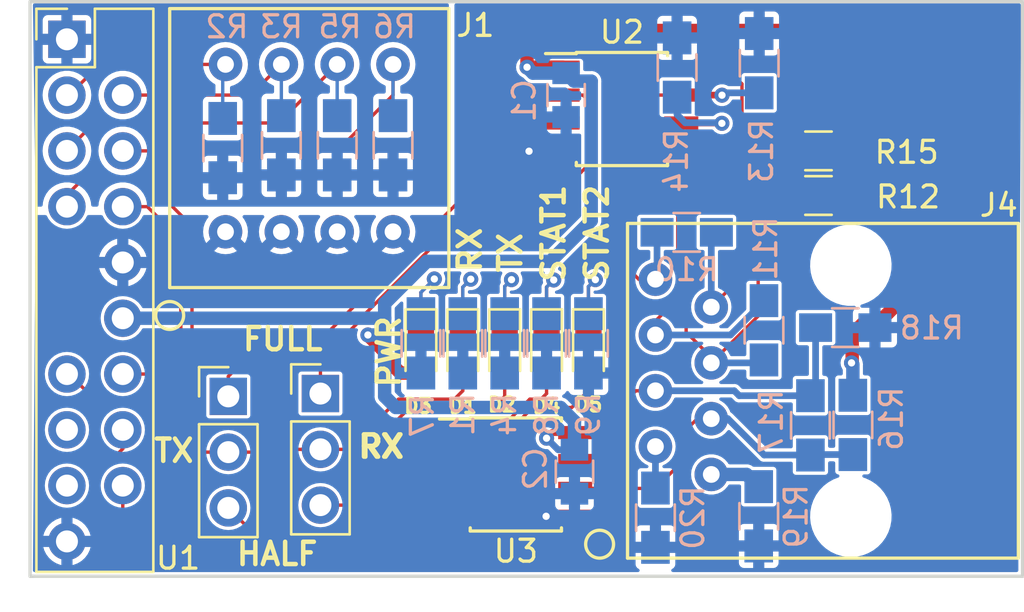
<source format=kicad_pcb>
(kicad_pcb (version 20221018) (generator pcbnew)
  (layers (0 "F.Cu" signal) (31 "B.Cu" signal) (34 "B.Paste" user) (35 "F.Paste" user) (36 "B.SilkS" user "B.Silkscreen") (37 "F.SilkS" user "F.Silkscreen") (38 "B.Mask" user) (39 "F.Mask" user) (44 "Edge.Cuts" user))
  (net 0 "")
  (net 1 "+5V")
  (net 2 "GND")
  (net 3 "/RX")
  (net 4 "Net-(D1-Pad1)")
  (net 5 "/TX")
  (net 6 "Net-(D2-Pad1)")
  (net 7 "Net-(D3-Pad1)")
  (net 8 "Net-(D4-Pad2)")
  (net 9 "Net-(D4-Pad1)")
  (net 10 "Net-(D5-Pad2)")
  (net 11 "Net-(D5-Pad1)")
  (net 12 "/ADDR0")
  (net 13 "/ADDR1")
  (net 14 "/ADDR2")
  (net 15 "/ADDR3")
  (net 16 "/RX_FULL")
  (net 17 "/RX_HALF")
  (net 18 "/TX_FULL")
  (net 19 "/TX_HALF")
  (net 20 "/B")
  (net 21 "/A")
  (net 22 "/Z")
  (net 23 "/Y")
  (net 24 "/B_HALF")
  (net 25 "/A_HALF")
  (net 26 "Net-(J4-Pad2)")
  (net 27 "Net-(J4-Pad1)")
  (net 28 "/~{RX_EN}")
  (net 29 "/TX_EN")
  (net 30 "Net-(U1-Pad15)")
  (net 31 "Net-(U1-Pad17)")
  (net 32 "/3.3V")
  (footprint "LEDs:LED_0805" (layer "F.Cu") (at 141.097 118.745 -90)
    (fp_text reference "D1" (at 2.6035 0) (layer "F.SilkS") (effects (font (size 0.635 0.635))))
    (fp_text value "LED")
    (pad "1" smd rect (at -1.1 0 90) (size 1.2 1.2) (layers "F.Cu" "F.Paste" "F.Mask") (net 4 "Net-(D1-Pad1)"))
    (pad "2" smd rect (at 1.1 0 90) (size 1.2 1.2) (layers "F.Cu" "F.Paste" "F.Mask") (net 3 "/RX"))
  )
  (footprint "LEDs:LED_0805" (layer "F.Cu") (at 143.002 118.745 -90)
    (fp_text reference "D2" (at 2.54 0.127) (layer "F.SilkS") (effects (font (size 0.635 0.635))))
    (fp_text value "LED")
    (pad "1" smd rect (at -1.1 0 90) (size 1.2 1.2) (layers "F.Cu" "F.Paste" "F.Mask") (net 6 "Net-(D2-Pad1)"))
    (pad "2" smd rect (at 1.1 0 90) (size 1.2 1.2) (layers "F.Cu" "F.Paste" "F.Mask") (net 5 "/TX"))
  )
  (footprint "LEDs:LED_0805" (layer "F.Cu") (at 139.192 118.745 -90)
    (fp_text reference "D3" (at 2.6035 0.127) (layer "F.SilkS") (effects (font (size 0.635 0.635))))
    (fp_text value "LED")
    (pad "1" smd rect (at -1.1 0 90) (size 1.2 1.2) (layers "F.Cu" "F.Paste" "F.Mask") (net 7 "Net-(D3-Pad1)"))
    (pad "2" smd rect (at 1.1 0 90) (size 1.2 1.2) (layers "F.Cu" "F.Paste" "F.Mask") (net 1 "+5V"))
  )
  (footprint "LEDs:LED_0805" (layer "F.Cu") (at 144.907 118.745 -90)
    (fp_text reference "D4" (at 2.6035 0) (layer "F.SilkS") (effects (font (size 0.635 0.635))))
    (fp_text value "LED")
    (pad "1" smd rect (at -1.1 0 90) (size 1.2 1.2) (layers "F.Cu" "F.Paste" "F.Mask") (net 9 "Net-(D4-Pad1)"))
    (pad "2" smd rect (at 1.1 0 90) (size 1.2 1.2) (layers "F.Cu" "F.Paste" "F.Mask") (net 8 "Net-(D4-Pad2)"))
  )
  (footprint "LEDs:LED_0805" (layer "F.Cu") (at 146.812 118.745 -90)
    (fp_text reference "D5" (at 2.54 0) (layer "F.SilkS") (effects (font (size 0.635 0.635))))
    (fp_text value "LED")
    (pad "1" smd rect (at -1.1 0 90) (size 1.2 1.2) (layers "F.Cu" "F.Paste" "F.Mask") (net 11 "Net-(D5-Pad1)"))
    (pad "2" smd rect (at 1.1 0 90) (size 1.2 1.2) (layers "F.Cu" "F.Paste" "F.Mask") (net 10 "Net-(D5-Pad2)"))
  )
  (footprint "ReallySynced:195-4MST" (layer "F.Cu") (at 134.112 109.601)
    (fp_text reference "J1" (at 7.5565 -5.588) (layer "F.SilkS"))
    (fp_text value "CONN_02X04")
    (pad "1" thru_hole circle (at -3.81 3.81) (size 1.524 1.524) (drill 0.762) (layers "*.Cu" "*.Mask") (net 2 "GND"))
    (pad "2" thru_hole circle (at -3.81 -3.81) (size 1.524 1.524) (drill 0.762) (layers "*.Cu" "*.Mask") (net 12 "/ADDR0"))
    (pad "3" thru_hole circle (at -1.27 3.81) (size 1.524 1.524) (drill 0.762) (layers "*.Cu" "*.Mask") (net 2 "GND"))
    (pad "4" thru_hole circle (at -1.27 -3.81) (size 1.524 1.524) (drill 0.762) (layers "*.Cu" "*.Mask") (net 13 "/ADDR1"))
    (pad "5" thru_hole circle (at 1.27 3.81) (size 1.524 1.524) (drill 0.762) (layers "*.Cu" "*.Mask") (net 2 "GND"))
    (pad "6" thru_hole circle (at 1.27 -3.81) (size 1.524 1.524) (drill 0.762) (layers "*.Cu" "*.Mask") (net 14 "/ADDR2"))
    (pad "7" thru_hole circle (at 3.81 3.81) (size 1.524 1.524) (drill 0.762) (layers "*.Cu" "*.Mask") (net 2 "GND"))
    (pad "8" thru_hole circle (at 3.81 -3.81) (size 1.524 1.524) (drill 0.762) (layers "*.Cu" "*.Mask") (net 15 "/ADDR3"))
  )
  (footprint "Pin_Headers:Pin_Header_Straight_1x03_Pitch2.54mm" (layer "F.Cu") (at 134.62 120.777)
    (fp_text reference "J2" hide)
    (fp_text value "CONN_01X03")
    (pad "1" thru_hole rect (at 0 0) (size 1.7 1.7) (drill 1) (layers "*.Cu" "*.Mask") (net 16 "/RX_FULL"))
    (pad "2" thru_hole oval (at 0 2.54) (size 1.7 1.7) (drill 1) (layers "*.Cu" "*.Mask") (net 3 "/RX"))
    (pad "3" thru_hole oval (at 0 5.08) (size 1.7 1.7) (drill 1) (layers "*.Cu" "*.Mask") (net 17 "/RX_HALF"))
  )
  (footprint "Pin_Headers:Pin_Header_Straight_1x03_Pitch2.54mm" (layer "F.Cu") (at 130.429 120.904)
    (fp_text reference "J3" hide)
    (fp_text value "CONN_01X03")
    (pad "1" thru_hole rect (at 0 0) (size 1.7 1.7) (drill 1) (layers "*.Cu" "*.Mask") (net 18 "/TX_FULL"))
    (pad "2" thru_hole oval (at 0 2.54) (size 1.7 1.7) (drill 1) (layers "*.Cu" "*.Mask") (net 5 "/TX"))
    (pad "3" thru_hole oval (at 0 5.08) (size 1.7 1.7) (drill 1) (layers "*.Cu" "*.Mask") (net 19 "/TX_HALF"))
  )
  (footprint "ReallySynced:54602-908LF" (layer "F.Cu") (at 151.13 120.65 90)
    (fp_text reference "J4" (at 8.4455 14.351 180) (layer "F.SilkS"))
    (fp_text value "CONN_02X04")
    (pad "" np_thru_hole circle (at -5.715 7.62 90) (size 3.2 3.2) (drill 3.2) (layers "*.Cu" "*.Mask"))
    (pad "" np_thru_hole circle (at 5.715 7.62 90) (size 3.2 3.2) (drill 3.2) (layers "*.Cu" "*.Mask"))
    (pad "1" thru_hole circle (at -3.81 1.27 90) (size 1.524 1.524) (drill 0.762) (layers "*.Cu" "*.Mask") (net 27 "Net-(J4-Pad1)"))
    (pad "2" thru_hole circle (at -2.54 -1.27 90) (size 1.524 1.524) (drill 0.762) (layers "*.Cu" "*.Mask") (net 26 "Net-(J4-Pad2)"))
    (pad "3" thru_hole circle (at -1.27 1.27 90) (size 1.524 1.524) (drill 0.762) (layers "*.Cu" "*.Mask") (net 25 "/A_HALF"))
    (pad "4" thru_hole circle (at 0 -1.27 90) (size 1.524 1.524) (drill 0.762) (layers "*.Cu" "*.Mask") (net 24 "/B_HALF"))
    (pad "5" thru_hole circle (at 1.27 1.27 90) (size 1.524 1.524) (drill 0.762) (layers "*.Cu" "*.Mask") (net 23 "/Y"))
    (pad "6" thru_hole circle (at 2.54 -1.27 90) (size 1.524 1.524) (drill 0.762) (layers "*.Cu" "*.Mask") (net 22 "/Z"))
    (pad "7" thru_hole circle (at 3.81 1.27 90) (size 1.524 1.524) (drill 0.762) (layers "*.Cu" "*.Mask") (net 21 "/A"))
    (pad "8" thru_hole circle (at 5.08 -1.27 90) (size 1.524 1.524) (drill 0.762) (layers "*.Cu" "*.Mask") (net 20 "/B"))
  )
  (footprint "Resistors_SMD:R_0805_HandSoldering" (layer "F.Cu") (at 157.2768 111.76)
    (fp_text reference "R12" (at 4.0767 0.0635) (layer "F.SilkS"))
    (fp_text value "NOPE")
    (pad "1" smd rect (at -1.35 0) (size 1.5 1.3) (layers "F.Cu" "F.Paste" "F.Mask") (net 21 "/A"))
    (pad "2" smd rect (at 1.35 0) (size 1.5 1.3) (layers "F.Cu" "F.Paste" "F.Mask") (net 1 "+5V"))
  )
  (footprint "Resistors_SMD:R_0805_HandSoldering" (layer "F.Cu") (at 157.2768 109.728)
    (fp_text reference "R15" (at 4.0132 0.0635) (layer "F.SilkS"))
    (fp_text value "NOPE")
    (pad "1" smd rect (at -1.35 0) (size 1.5 1.3) (layers "F.Cu" "F.Paste" "F.Mask") (net 23 "/Y"))
    (pad "2" smd rect (at 1.35 0) (size 1.5 1.3) (layers "F.Cu" "F.Paste" "F.Mask") (net 1 "+5V"))
  )
  (footprint "ReallySynced:CE_Header" (layer "F.Cu") (at 123.0884 104.648)
    (fp_text reference "U1" (at 5.0546 23.622) (layer "F.SilkS"))
    (fp_text value "CE_HEADER")
    (pad "1" thru_hole rect (at 0 0) (size 1.7 1.7) (drill 1) (layers "*.Cu" "*.Mask") (net 32 "/3.3V"))
    (pad "3" thru_hole oval (at 0 2.54) (size 1.7 1.7) (drill 1) (layers "*.Cu" "*.Mask") (net 12 "/ADDR0"))
    (pad "4" thru_hole oval (at 2.54 2.54) (size 1.7 1.7) (drill 1) (layers "*.Cu" "*.Mask") (net 13 "/ADDR1"))
    (pad "5" thru_hole oval (at 0 5.08) (size 1.7 1.7) (drill 1) (layers "*.Cu" "*.Mask") (net 14 "/ADDR2"))
    (pad "6" thru_hole oval (at 2.54 5.08) (size 1.7 1.7) (drill 1) (layers "*.Cu" "*.Mask") (net 15 "/ADDR3"))
    (pad "7" thru_hole oval (at 0 7.62) (size 1.7 1.7) (drill 1) (layers "*.Cu" "*.Mask") (net 3 "/RX"))
    (pad "8" thru_hole oval (at 2.54 7.62) (size 1.7 1.7) (drill 1) (layers "*.Cu" "*.Mask") (net 5 "/TX"))
    (pad "10" thru_hole oval (at 2.54 10.16) (size 1.7 1.7) (drill 1) (layers "*.Cu" "*.Mask") (net 2 "GND"))
    (pad "12" thru_hole oval (at 2.54 12.7) (size 1.7 1.7) (drill 1) (layers "*.Cu" "*.Mask") (net 1 "+5V"))
    (pad "13" thru_hole oval (at 0 15.24) (size 1.7 1.7) (drill 1) (layers "*.Cu" "*.Mask") (net 28 "/~{RX_EN}"))
    (pad "14" thru_hole oval (at 2.54 15.24) (size 1.7 1.7) (drill 1) (layers "*.Cu" "*.Mask") (net 29 "/TX_EN"))
    (pad "15" thru_hole oval (at 0 17.78) (size 1.7 1.7) (drill 1) (layers "*.Cu" "*.Mask") (net 30 "Net-(U1-Pad15)"))
    (pad "16" thru_hole oval (at 2.54 17.78) (size 1.7 1.7) (drill 1) (layers "*.Cu" "*.Mask") (net 10 "Net-(D5-Pad2)"))
    (pad "17" thru_hole oval (at 0 20.32) (size 1.7 1.7) (drill 1) (layers "*.Cu" "*.Mask") (net 31 "Net-(U1-Pad17)"))
    (pad "18" thru_hole oval (at 2.54 20.32) (size 1.7 1.7) (drill 1) (layers "*.Cu" "*.Mask") (net 8 "Net-(D4-Pad2)"))
    (pad "19" thru_hole oval (at 0 22.86) (size 1.7 1.7) (drill 1) (layers "*.Cu" "*.Mask") (net 2 "GND"))
  )
  (footprint "Housings_SOIC:SOIC-8_3.9x4.9mm_Pitch1.27mm" (layer "F.Cu") (at 148.336 107.823)
    (fp_text reference "U2" (at 0 -3.5) (layer "F.SilkS"))
    (fp_text value "SN75179B")
    (pad "1" smd rect (at -2.7 -1.905) (size 1.55 0.6) (layers "F.Cu" "F.Paste" "F.Mask") (net 1 "+5V"))
    (pad "2" smd rect (at -2.7 -0.635) (size 1.55 0.6) (layers "F.Cu" "F.Paste" "F.Mask") (net 16 "/RX_FULL"))
    (pad "3" smd rect (at -2.7 0.635) (size 1.55 0.6) (layers "F.Cu" "F.Paste" "F.Mask") (net 18 "/TX_FULL"))
    (pad "4" smd rect (at -2.7 1.905) (size 1.55 0.6) (layers "F.Cu" "F.Paste" "F.Mask") (net 2 "GND"))
    (pad "5" smd rect (at 2.7 1.905) (size 1.55 0.6) (layers "F.Cu" "F.Paste" "F.Mask") (net 23 "/Y"))
    (pad "6" smd rect (at 2.7 0.635) (size 1.55 0.6) (layers "F.Cu" "F.Paste" "F.Mask") (net 22 "/Z"))
    (pad "7" smd rect (at 2.7 -0.635) (size 1.55 0.6) (layers "F.Cu" "F.Paste" "F.Mask") (net 20 "/B"))
    (pad "8" smd rect (at 2.7 -1.905) (size 1.55 0.6) (layers "F.Cu" "F.Paste" "F.Mask") (net 21 "/A"))
  )
  (footprint "Housings_SOIC:SOIC-8_3.9x4.9mm_Pitch1.27mm" (layer "F.Cu") (at 143.51 124.46)
    (fp_text reference "U3" (at 0 3.4925) (layer "F.SilkS"))
    (fp_text value "SN65HVD82")
    (pad "1" smd rect (at -2.7 -1.905) (size 1.55 0.6) (layers "F.Cu" "F.Paste" "F.Mask") (net 17 "/RX_HALF"))
    (pad "2" smd rect (at -2.7 -0.635) (size 1.55 0.6) (layers "F.Cu" "F.Paste" "F.Mask") (net 28 "/~{RX_EN}"))
    (pad "3" smd rect (at -2.7 0.635) (size 1.55 0.6) (layers "F.Cu" "F.Paste" "F.Mask") (net 29 "/TX_EN"))
    (pad "4" smd rect (at -2.7 1.905) (size 1.55 0.6) (layers "F.Cu" "F.Paste" "F.Mask") (net 19 "/TX_HALF"))
    (pad "5" smd rect (at 2.7 1.905) (size 1.55 0.6) (layers "F.Cu" "F.Paste" "F.Mask") (net 2 "GND"))
    (pad "6" smd rect (at 2.7 0.635) (size 1.55 0.6) (layers "F.Cu" "F.Paste" "F.Mask") (net 25 "/A_HALF"))
    (pad "7" smd rect (at 2.7 -0.635) (size 1.55 0.6) (layers "F.Cu" "F.Paste" "F.Mask") (net 24 "/B_HALF"))
    (pad "8" smd rect (at 2.7 -1.905) (size 1.55 0.6) (layers "F.Cu" "F.Paste" "F.Mask") (net 1 "+5V"))
  )
  (footprint "Capacitors_SMD:C_0805" (layer "B.Cu") (at 145.796 107.188 -90)
    (fp_text reference "C1" (at 0.254 1.905 270) (layer "B.SilkS") (effects (justify mirror)))
    (fp_text value ".1U")
    (pad "1" smd rect (at -1 0 270) (size 1 1.25) (layers "B.Cu" "B.Paste" "B.Mask") (net 1 "+5V"))
    (pad "2" smd rect (at 1 0 270) (size 1 1.25) (layers "B.Cu" "B.Paste" "B.Mask") (net 2 "GND"))
  )
  (footprint "Capacitors_SMD:C_0805" (layer "B.Cu") (at 146.177 124.333 90)
    (fp_text reference "C2" (at 0.127 -1.778 90) (layer "B.SilkS") (effects (justify mirror)))
    (fp_text value ".1U")
    (pad "1" smd rect (at -1 0 90) (size 1 1.25) (layers "B.Cu" "B.Paste" "B.Mask") (net 2 "GND"))
    (pad "2" smd rect (at 1 0 90) (size 1 1.25) (layers "B.Cu" "B.Paste" "B.Mask") (net 1 "+5V"))
  )
  (footprint "Resistors_SMD:R_0805_HandSoldering" (layer "B.Cu") (at 141.097 118.491 -90)
    (fp_text reference "R1" (at 3.2385 0 270) (layer "B.SilkS") (effects (justify mirror)))
    (fp_text value "220")
    (pad "1" smd rect (at -1.35 0 270) (size 1.5 1.3) (layers "B.Cu" "B.Paste" "B.Mask") (net 4 "Net-(D1-Pad1)"))
    (pad "2" smd rect (at 1.35 0 270) (size 1.5 1.3) (layers "B.Cu" "B.Paste" "B.Mask") (net 2 "GND"))
  )
  (footprint "Resistors_SMD:R_0805_HandSoldering" (layer "B.Cu") (at 130.175 109.601 90)
    (fp_text reference "R2" (at 5.5245 0.1905 180) (layer "B.SilkS") (effects (justify mirror)))
    (fp_text value "5K")
    (pad "1" smd rect (at -1.35 0 90) (size 1.5 1.3) (layers "B.Cu" "B.Paste" "B.Mask") (net 32 "/3.3V"))
    (pad "2" smd rect (at 1.35 0 90) (size 1.5 1.3) (layers "B.Cu" "B.Paste" "B.Mask") (net 12 "/ADDR0"))
  )
  (footprint "Resistors_SMD:R_0805_HandSoldering" (layer "B.Cu") (at 132.842 109.474 90)
    (fp_text reference "R3" (at 5.3975 0 180) (layer "B.SilkS") (effects (justify mirror)))
    (fp_text value "5K")
    (pad "1" smd rect (at -1.35 0 90) (size 1.5 1.3) (layers "B.Cu" "B.Paste" "B.Mask") (net 32 "/3.3V"))
    (pad "2" smd rect (at 1.35 0 90) (size 1.5 1.3) (layers "B.Cu" "B.Paste" "B.Mask") (net 13 "/ADDR1"))
  )
  (footprint "Resistors_SMD:R_0805_HandSoldering" (layer "B.Cu") (at 143.002 118.491 -90)
    (fp_text reference "R4" (at 3.2385 0 270) (layer "B.SilkS") (effects (justify mirror)))
    (fp_text value "220")
    (pad "1" smd rect (at -1.35 0 270) (size 1.5 1.3) (layers "B.Cu" "B.Paste" "B.Mask") (net 6 "Net-(D2-Pad1)"))
    (pad "2" smd rect (at 1.35 0 270) (size 1.5 1.3) (layers "B.Cu" "B.Paste" "B.Mask") (net 2 "GND"))
  )
  (footprint "Resistors_SMD:R_0805_HandSoldering" (layer "B.Cu") (at 135.382 109.474 90)
    (fp_text reference "R5" (at 5.3975 0.127 180) (layer "B.SilkS") (effects (justify mirror)))
    (fp_text value "5K")
    (pad "1" smd rect (at -1.35 0 90) (size 1.5 1.3) (layers "B.Cu" "B.Paste" "B.Mask") (net 32 "/3.3V"))
    (pad "2" smd rect (at 1.35 0 90) (size 1.5 1.3) (layers "B.Cu" "B.Paste" "B.Mask") (net 14 "/ADDR2"))
  )
  (footprint "Resistors_SMD:R_0805_HandSoldering" (layer "B.Cu") (at 137.922 109.474 90)
    (fp_text reference "R6" (at 5.3975 0.0635 180) (layer "B.SilkS") (effects (justify mirror)))
    (fp_text value "5K")
    (pad "1" smd rect (at -1.35 0 90) (size 1.5 1.3) (layers "B.Cu" "B.Paste" "B.Mask") (net 32 "/3.3V"))
    (pad "2" smd rect (at 1.35 0 90) (size 1.5 1.3) (layers "B.Cu" "B.Paste" "B.Mask") (net 15 "/ADDR3"))
  )
  (footprint "Resistors_SMD:R_0805_HandSoldering" (layer "B.Cu") (at 139.192 118.491 -90)
    (fp_text reference "R7" (at 3.302 -0.0635 270) (layer "B.SilkS") (effects (justify mirror)))
    (fp_text value "220")
    (pad "1" smd rect (at -1.35 0 270) (size 1.5 1.3) (layers "B.Cu" "B.Paste" "B.Mask") (net 7 "Net-(D3-Pad1)"))
    (pad "2" smd rect (at 1.35 0 270) (size 1.5 1.3) (layers "B.Cu" "B.Paste" "B.Mask") (net 2 "GND"))
  )
  (footprint "Resistors_SMD:R_0805_HandSoldering" (layer "B.Cu") (at 144.907 118.491 -90)
    (fp_text reference "R8" (at 3.2385 0 270) (layer "B.SilkS") (effects (justify mirror)))
    (fp_text value "220")
    (pad "1" smd rect (at -1.35 0 270) (size 1.5 1.3) (layers "B.Cu" "B.Paste" "B.Mask") (net 9 "Net-(D4-Pad1)"))
    (pad "2" smd rect (at 1.35 0 270) (size 1.5 1.3) (layers "B.Cu" "B.Paste" "B.Mask") (net 2 "GND"))
  )
  (footprint "Resistors_SMD:R_0805_HandSoldering" (layer "B.Cu") (at 146.812 118.491 -90)
    (fp_text reference "R9" (at 3.2385 0 270) (layer "B.SilkS") (effects (justify mirror)))
    (fp_text value "220")
    (pad "1" smd rect (at -1.35 0 270) (size 1.5 1.3) (layers "B.Cu" "B.Paste" "B.Mask") (net 11 "Net-(D5-Pad1)"))
    (pad "2" smd rect (at 1.35 0 270) (size 1.5 1.3) (layers "B.Cu" "B.Paste" "B.Mask") (net 2 "GND"))
  )
  (footprint "Resistors_SMD:R_0805_HandSoldering" (layer "B.Cu") (at 151.2824 113.4364)
    (fp_text reference "R10" (at 0 1.7) (layer "B.SilkS") (effects (justify mirror)))
    (fp_text value "120")
    (pad "1" smd rect (at -1.35 0) (size 1.5 1.3) (layers "B.Cu" "B.Paste" "B.Mask") (net 20 "/B"))
    (pad "2" smd rect (at 1.35 0) (size 1.5 1.3) (layers "B.Cu" "B.Paste" "B.Mask") (net 21 "/A"))
  )
  (footprint "Resistors_SMD:R_0805_HandSoldering" (layer "B.Cu") (at 154.79776 117.89664 90)
    (fp_text reference "R11" (at 3.72364 0.07874 90) (layer "B.SilkS") (effects (justify mirror)))
    (fp_text value "120")
    (pad "1" smd rect (at -1.35 0 90) (size 1.5 1.3) (layers "B.Cu" "B.Paste" "B.Mask") (net 23 "/Y"))
    (pad "2" smd rect (at 1.35 0 90) (size 1.5 1.3) (layers "B.Cu" "B.Paste" "B.Mask") (net 22 "/Z"))
  )
  (footprint "Resistors_SMD:R_0805_HandSoldering" (layer "B.Cu") (at 154.57932 105.73512 90)
    (fp_text reference "R13" (at -3.99288 0.10668 90) (layer "B.SilkS") (effects (justify mirror)))
    (fp_text value "NOPE")
    (pad "1" smd rect (at -1.35 0 90) (size 1.5 1.3) (layers "B.Cu" "B.Paste" "B.Mask") (net 20 "/B"))
    (pad "2" smd rect (at 1.35 0 90) (size 1.5 1.3) (layers "B.Cu" "B.Paste" "B.Mask") (net 2 "GND"))
  )
  (footprint "Resistors_SMD:R_0805_HandSoldering" (layer "B.Cu") (at 150.84552 105.93324 90)
    (fp_text reference "R14" (at -4.23926 -0.03302 90) (layer "B.SilkS") (effects (justify mirror)))
    (fp_text value "NOPE")
    (pad "1" smd rect (at -1.35 0 90) (size 1.5 1.3) (layers "B.Cu" "B.Paste" "B.Mask") (net 22 "/Z"))
    (pad "2" smd rect (at 1.35 0 90) (size 1.5 1.3) (layers "B.Cu" "B.Paste" "B.Mask") (net 2 "GND"))
  )
  (footprint "Resistors_SMD:R_0805_HandSoldering" (layer "B.Cu") (at 158.84144 122.20448 -90)
    (fp_text reference "R16" (at -0.28448 -1.75006 270) (layer "B.SilkS") (effects (justify mirror)))
    (fp_text value "375")
    (pad "1" smd rect (at -1.35 0 270) (size 1.5 1.3) (layers "B.Cu" "B.Paste" "B.Mask") (net 1 "+5V"))
    (pad "2" smd rect (at 1.35 0 270) (size 1.5 1.3) (layers "B.Cu" "B.Paste" "B.Mask") (net 25 "/A_HALF"))
  )
  (footprint "Resistors_SMD:R_0805_HandSoldering" (layer "B.Cu") (at 156.91104 122.2248 90)
    (fp_text reference "R17" (at 0.1778 -1.78054 90) (layer "B.SilkS") (effects (justify mirror)))
    (fp_text value "60")
    (pad "1" smd rect (at -1.35 0 90) (size 1.5 1.3) (layers "B.Cu" "B.Paste" "B.Mask") (net 25 "/A_HALF"))
    (pad "2" smd rect (at 1.35 0 90) (size 1.5 1.3) (layers "B.Cu" "B.Paste" "B.Mask") (net 24 "/B_HALF"))
  )
  (footprint "Resistors_SMD:R_0805_HandSoldering" (layer "B.Cu") (at 158.496 117.77472)
    (fp_text reference "R18" (at 3.937 0.01778) (layer "B.SilkS") (effects (justify mirror)))
    (fp_text value "375")
    (pad "1" smd rect (at -1.35 0) (size 1.5 1.3) (layers "B.Cu" "B.Paste" "B.Mask") (net 24 "/B_HALF"))
    (pad "2" smd rect (at 1.35 0) (size 1.5 1.3) (layers "B.Cu" "B.Paste" "B.Mask") (net 2 "GND"))
  )
  (footprint "Resistors_SMD:R_0805_HandSoldering" (layer "B.Cu") (at 154.559 126.365 90)
    (fp_text reference "R19" (at 0 1.7 90) (layer "B.SilkS") (effects (justify mirror)))
    (fp_text value "0")
    (pad "1" smd rect (at -1.35 0 90) (size 1.5 1.3) (layers "B.Cu" "B.Paste" "B.Mask") (net 2 "GND"))
    (pad "2" smd rect (at 1.35 0 90) (size 1.5 1.3) (layers "B.Cu" "B.Paste" "B.Mask") (net 27 "Net-(J4-Pad1)"))
  )
  (footprint "Resistors_SMD:R_0805_HandSoldering" (layer "B.Cu") (at 149.86 126.4285 90)
    (fp_text reference "R20" (at 0 1.7 90) (layer "B.SilkS") (effects (justify mirror)))
    (fp_text value "0")
    (pad "1" smd rect (at -1.35 0 90) (size 1.5 1.3) (layers "B.Cu" "B.Paste" "B.Mask") (net 2 "GND"))
    (pad "2" smd rect (at 1.35 0 90) (size 1.5 1.3) (layers "B.Cu" "B.Paste" "B.Mask") (net 26 "Net-(J4-Pad2)"))
  )
  (gr_line (start 166.5605 129.0955) (end 166.5605 102.9335) (stroke (width 0.15)) (layer "Edge.Cuts"))
  (gr_line (start 121.412 102.9335) (end 121.412 129.0955) (stroke (width 0.15)) (layer "Edge.Cuts"))
  (gr_line (start 166.5605 102.9335) (end 121.412 102.9335) (stroke (width 0.15)) (layer "Edge.Cuts"))
  (gr_line (start 121.4755 129.0955) (end 166.5605 129.0955) (stroke (width 0.15)) (layer "Edge.Cuts"))
  (gr_line (start 121.412 129.0955) (end 121.539 129.0955) (stroke (width 0.15)) (layer "Edge.Cuts"))
  (gr_text "RX" (at 137.3505 123.19) (layer "F.SilkS") (effects (font (size 1.016 1.016) (thickness 0.2032))))
  (gr_text "FULL" (at 132.9055 118.3005) (layer "F.SilkS") (effects (font (size 1.016 1.016) (thickness 0.2032))))
  (gr_text "PWR" (at 137.7315 118.872 90) (layer "F.SilkS") (effects (font (size 1.016 1.016) (thickness 0.2032))))
  (gr_text "TX" (at 127.9525 123.3805) (layer "F.SilkS") (effects (font (size 1.016 1.016) (thickness 0.2032))))
  (gr_text "TX" (at 143.256 114.3635 90) (layer "F.SilkS") (effects (font (size 1.016 1.016) (thickness 0.2032))))
  (gr_text "RX" (at 141.4145 114.2365 90) (layer "F.SilkS") (effects (font (size 1.016 1.016) (thickness 0.2032))))
  (gr_text "STAT2\n" (at 147.193 113.4745 90) (layer "F.SilkS") (effects (font (size 1.016 1.016) (thickness 0.2032))))
  (gr_text "HALF" (at 132.6515 128.0795) (layer "F.SilkS") (effects (font (size 1.016 1.016) (thickness 0.2032))))
  (gr_text "STAT1" (at 145.2245 113.4745 90) (layer "F.SilkS") (effects (font (size 1.016 1.016) (thickness 0.2032))))
  (gr_text "RX" (at 137.414 123.19) (layer "F.SilkS") (effects (font (size 1.016 1.016) (thickness 0.2032))))
  (segment (start 138.26 119.845) (end 137.541 119.126) (width 0.6096) (layer "F.Cu") (net 1))
  (segment (start 137.541 119.126) (end 137.541 118.872) (width 0.6096) (layer "F.Cu") (net 1))
  (segment (start 137.541 118.872) (end 136.779 118.11) (width 0.6096) (layer "F.Cu") (net 1))
  (segment (start 144.907 122.809) (end 145.161 122.555) (width 0.3048) (layer "F.Cu") (net 1))
  (segment (start 145.161 122.555) (end 146.21 122.555) (width 0.3048) (layer "F.Cu") (net 1))
  (segment (start 144.018 104.8766) (end 144.64792 104.24668) (width 0.6096) (layer "F.Cu") (net 1))
  (segment (start 144.64792 104.24668) (end 157.2514 104.24668) (width 0.6096) (layer "F.Cu") (net 1))
  (segment (start 157.2514 104.24668) (end 158.6268 105.62208) (width 0.6096) (layer "F.Cu") (net 1))
  (segment (start 158.6268 105.62208) (end 158.6268 109.728) (width 0.6096) (layer "F.Cu") (net 1))
  (segment (start 160.04032 111.76) (end 161.43732 113.157) (width 0.6096) (layer "F.Cu") (net 1))
  (segment (start 161.43732 113.157) (end 161.43732 116.11864) (width 0.6096) (layer "F.Cu") (net 1))
  (segment (start 161.43732 116.11864) (end 160.06572 117.49024) (width 0.6096) (layer "F.Cu") (net 1))
  (segment (start 160.06572 117.49024) (end 159.39516 117.49024) (width 0.6096) (layer "F.Cu") (net 1))
  (segment (start 159.39516 117.49024) (end 158.81096 118.07444) (width 0.6096) (layer "F.Cu") (net 1))
  (segment (start 158.81096 119.34952) (end 158.78048 119.38) (width 0.6096) (layer "F.Cu") (net 1))
  (segment (start 144.018 105.918) (end 144.018 104.8766) (width 0.6096) (layer "F.Cu") (net 1))
  (segment (start 158.6268 109.728) (end 158.6268 111.76) (width 0.6096) (layer "F.Cu") (net 1))
  (segment (start 145.636 105.918) (end 144.018 105.918) (width 0.6096) (layer "F.Cu") (net 1))
  (segment (start 158.6268 111.76) (end 160.04032 111.76) (width 0.6096) (layer "F.Cu") (net 1))
  (segment (start 139.192 119.845) (end 138.26 119.845) (width 0.6096) (layer "F.Cu") (net 1))
  (segment (start 158.81096 118.07444) (end 158.81096 119.34952) (width 0.6096) (layer "F.Cu") (net 1))
  (via (at 144.907 122.809) (size 0.6858) (drill 0.3302) (layers "F.Cu" "B.Cu") (net 1))
  (via (at 144.018 105.918) (size 0.6858) (drill 0.3302) (layers "F.Cu" "B.Cu") (net 1))
  (via (at 136.779 118.11) (size 0.6858) (drill 0.3302) (layers "F.Cu" "B.Cu") (net 1))
  (via (at 158.78048 119.38) (size 0.6858) (drill 0.3302) (layers "F.Cu" "B.Cu") (net 1))
  (segment (start 137.541 120.904) (end 138.049 121.412) (width 0.6096) (layer "B.Cu") (net 1))
  (segment (start 145.542 121.412) (end 146.177 122.047) (width 0.6096) (layer "B.Cu") (net 1))
  (segment (start 146.177 122.047) (end 146.177 123.206) (width 0.6096) (layer "B.Cu") (net 1))
  (segment (start 137.541 116.67744) (end 139.46124 114.7572) (width 0.6096) (layer "B.Cu") (net 1))
  (segment (start 145.0848 114.7572) (end 146.939 112.903) (width 0.6096) (layer "B.Cu") (net 1))
  (segment (start 146.939 112.903) (end 146.939 106.553) (width 0.6096) (layer "B.Cu") (net 1))
  (segment (start 136.779 118.11) (end 137.541 118.11) (width 0.6096) (layer "B.Cu") (net 1))
  (segment (start 137.541 118.11) (end 137.541 120.904) (width 0.6096) (layer "B.Cu") (net 1))
  (segment (start 144.018 105.918) (end 144.288 106.188) (width 0.6096) (layer "B.Cu") (net 1))
  (segment (start 144.288 106.188) (end 145.796 106.188) (width 0.6096) (layer "B.Cu") (net 1))
  (segment (start 146.161 106.553) (end 145.796 106.188) (width 0.6096) (layer "B.Cu") (net 1))
  (segment (start 145.431 123.333) (end 144.907 122.809) (width 0.3048) (layer "B.Cu") (net 1))
  (segment (start 158.78048 119.38) (end 158.78048 119.40032) (width 0.6096) (layer "B.Cu") (net 1))
  (segment (start 158.78048 119.40032) (end 158.84144 119.46128) (width 0.6096) (layer "B.Cu") (net 1))
  (segment (start 158.84144 119.46128) (end 158.84144 120.85448) (width 0.6096) (layer "B.Cu") (net 1))
  (segment (start 138.049 121.412) (end 145.542 121.412) (width 0.6096) (layer "B.Cu") (net 1))
  (segment (start 146.939 106.553) (end 146.161 106.553) (width 0.6096) (layer "B.Cu") (net 1))
  (segment (start 125.6284 117.348) (end 137.541 117.348) (width 0.6096) (layer "B.Cu") (net 1))
  (segment (start 137.541 117.348) (end 137.541 116.67744) (width 0.6096) (layer "B.Cu") (net 1))
  (segment (start 137.541 117.348) (end 137.541 118.11) (width 0.6096) (layer "B.Cu") (net 1))
  (segment (start 146.177 123.333) (end 145.431 123.333) (width 0.3048) (layer "B.Cu") (net 1))
  (segment (start 145.0848 114.7572) (end 139.46124 114.7572) (width 0.6096) (layer "B.Cu") (net 1))
  (segment (start 144.12468 109.728) (end 144.10944 109.74324) (width 0.1524) (layer "F.Cu") (net 2))
  (segment (start 146.21 126.365) (end 144.88668 126.365) (width 0.1524) (layer "F.Cu") (net 2))
  (segment (start 145.636 109.728) (end 144.12468 109.728) (width 0.1524) (layer "F.Cu") (net 2))
  (via (at 144.88668 126.365) (size 0.6858) (drill 0.3302) (layers "F.Cu" "B.Cu") (net 2))
  (via (at 144.10944 109.74324) (size 0.6858) (drill 0.3302) (layers "F.Cu" "B.Cu") (net 2))
  (segment (start 128.778 113.157) (end 126.619 110.998) (width 0.1524) (layer "F.Cu") (net 3))
  (segment (start 126.619 110.998) (end 123.825 110.998) (width 0.1524) (layer "F.Cu") (net 3))
  (segment (start 123.0884 111.7346) (end 123.825 110.998) (width 0.1524) (layer "F.Cu") (net 3))
  (segment (start 123.0884 111.7346) (end 123.0884 112.268) (width 0.1524) (layer "F.Cu") (net 3))
  (segment (start 135.89 123.317) (end 138.176 121.031) (width 0.1524) (layer "F.Cu") (net 3))
  (segment (start 138.176 121.031) (end 140.716 121.031) (width 0.1524) (layer "F.Cu") (net 3))
  (segment (start 140.716 121.031) (end 141.097 120.65) (width 0.1524) (layer "F.Cu") (net 3))
  (segment (start 141.097 120.65) (end 141.097 119.845) (width 0.1524) (layer "F.Cu") (net 3))
  (segment (start 128.778 121.539) (end 129.413 122.174) (width 0.1524) (layer "F.Cu") (net 3))
  (segment (start 129.413 122.174) (end 132.08 122.174) (width 0.1524) (layer "F.Cu") (net 3))
  (segment (start 132.08 122.174) (end 133.223 123.317) (width 0.1524) (layer "F.Cu") (net 3))
  (segment (start 133.223 123.317) (end 134.62 123.317) (width 0.1524) (layer "F.Cu") (net 3))
  (segment (start 134.62 123.317) (end 135.89 123.317) (width 0.1524) (layer "F.Cu") (net 3))
  (segment (start 128.778 113.157) (end 128.778 121.539) (width 0.1524) (layer "F.Cu") (net 3))
  (segment (start 141.097 115.93068) (end 141.45768 115.57) (width 0.1524) (layer "F.Cu") (net 4))
  (segment (start 141.097 117.645) (end 141.097 115.93068) (width 0.1524) (layer "F.Cu") (net 4))
  (via (at 141.45768 115.57) (size 0.6858) (drill 0.3302) (layers "F.Cu" "B.Cu") (net 4))
  (segment (start 141.45768 115.57) (end 141.097 115.93068) (width 0.1524) (layer "B.Cu") (net 4))
  (segment (start 141.097 115.93068) (end 141.097 117.141) (width 0.1524) (layer "B.Cu") (net 4))
  (segment (start 129.286 123.444) (end 128.27 122.428) (width 0.1524) (layer "F.Cu") (net 5))
  (segment (start 128.27 122.428) (end 128.27 113.792) (width 0.1524) (layer "F.Cu") (net 5))
  (segment (start 128.27 113.792) (end 126.746 112.268) (width 0.1524) (layer "F.Cu") (net 5))
  (segment (start 126.746 112.268) (end 125.6284 112.268) (width 0.1524) (layer "F.Cu") (net 5))
  (segment (start 132.461 123.444) (end 133.604 124.587) (width 0.1524) (layer "F.Cu") (net 5))
  (segment (start 133.604 124.587) (end 135.509 124.587) (width 0.1524) (layer "F.Cu") (net 5))
  (segment (start 135.509 124.587) (end 138.684 121.412) (width 0.1524) (layer "F.Cu") (net 5))
  (segment (start 138.684 121.412) (end 142.494 121.412) (width 0.1524) (layer "F.Cu") (net 5))
  (segment (start 142.494 121.412) (end 143.002 120.904) (width 0.1524) (layer "F.Cu") (net 5))
  (segment (start 143.002 120.904) (end 143.002 119.845) (width 0.1524) (layer "F.Cu") (net 5))
  (segment (start 130.429 123.444) (end 129.286 123.444) (width 0.1524) (layer "F.Cu") (net 5))
  (segment (start 130.429 123.444) (end 132.461 123.444) (width 0.1524) (layer "F.Cu") (net 5))
  (segment (start 143.002 115.9002) (end 143.31188 115.59032) (width 0.1524) (layer "F.Cu") (net 6))
  (segment (start 143.002 117.645) (end 143.002 115.9002) (width 0.1524) (layer "F.Cu") (net 6))
  (via (at 143.31188 115.59032) (size 0.6858) (drill 0.3302) (layers "F.Cu" "B.Cu") (net 6))
  (segment (start 143.31188 115.59032) (end 143.002 115.9002) (width 0.1524) (layer "B.Cu") (net 6))
  (segment (start 143.002 115.9002) (end 143.002 117.141) (width 0.1524) (layer "B.Cu") (net 6))
  (segment (start 139.192 116.16944) (end 139.8016 115.55984) (width 0.1524) (layer "F.Cu") (net 7))
  (segment (start 139.192 117.645) (end 139.192 116.16944) (width 0.1524) (layer "F.Cu") (net 7))
  (via (at 139.8016 115.55984) (size 0.6858) (drill 0.3302) (layers "F.Cu" "B.Cu") (net 7))
  (segment (start 139.8016 115.55984) (end 139.192 116.16944) (width 0.1524) (layer "B.Cu") (net 7))
  (segment (start 139.192 116.16944) (end 139.192 117.141) (width 0.1524) (layer "B.Cu") (net 7))
  (segment (start 125.6284 127.1524) (end 126.746 128.27) (width 0.1524) (layer "F.Cu") (net 8))
  (segment (start 126.746 128.27) (end 141.859 128.27) (width 0.1524) (layer "F.Cu") (net 8))
  (segment (start 141.859 128.27) (end 143.002 127.127) (width 0.1524) (layer "F.Cu") (net 8))
  (segment (start 143.002 122.174) (end 144.145 121.031) (width 0.1524) (layer "F.Cu") (net 8))
  (segment (start 144.145 121.031) (end 144.653 121.031) (width 0.1524) (layer "F.Cu") (net 8))
  (segment (start 144.653 121.031) (end 144.907 120.777) (width 0.1524) (layer "F.Cu") (net 8))
  (segment (start 144.907 120.777) (end 144.907 119.845) (width 0.1524) (layer "F.Cu") (net 8))
  (segment (start 143.002 127.127) (end 143.002 122.174) (width 0.1524) (layer "F.Cu") (net 8))
  (segment (start 125.6284 124.968) (end 125.6284 127.1524) (width 0.1524) (layer "F.Cu") (net 8))
  (segment (start 144.907 115.93068) (end 145.23212 115.60556) (width 0.1524) (layer "F.Cu") (net 9))
  (segment (start 144.907 117.645) (end 144.907 115.93068) (width 0.1524) (layer "F.Cu") (net 9))
  (via (at 145.23212 115.60556) (size 0.6858) (drill 0.3302) (layers "F.Cu" "B.Cu") (net 9))
  (segment (start 145.23212 115.60556) (end 144.907 115.93068) (width 0.1524) (layer "B.Cu") (net 9))
  (segment (start 144.907 115.93068) (end 144.907 117.141) (width 0.1524) (layer "B.Cu") (net 9))
  (segment (start 125.6284 123.2916) (end 124.46 124.46) (width 0.1524) (layer "F.Cu") (net 10))
  (segment (start 124.46 124.46) (end 124.46 125.603) (width 0.1524) (layer "F.Cu") (net 10))
  (segment (start 124.46 125.603) (end 125.222 126.365) (width 0.1524) (layer "F.Cu") (net 10))
  (segment (start 125.222 126.365) (end 125.222 127.508) (width 0.1524) (layer "F.Cu") (net 10))
  (segment (start 125.222 127.508) (end 126.365 128.651) (width 0.1524) (layer "F.Cu") (net 10))
  (segment (start 126.365 128.651) (end 142.113 128.651) (width 0.1524) (layer "F.Cu") (net 10))
  (segment (start 142.113 128.651) (end 143.383 127.381) (width 0.1524) (layer "F.Cu") (net 10))
  (segment (start 143.383 127.381) (end 143.383 122.301) (width 0.1524) (layer "F.Cu") (net 10))
  (segment (start 143.383 122.301) (end 144.272 121.412) (width 0.1524) (layer "F.Cu") (net 10))
  (segment (start 144.272 121.412) (end 146.05 121.412) (width 0.1524) (layer "F.Cu") (net 10))
  (segment (start 146.05 121.412) (end 146.812 120.65) (width 0.1524) (layer "F.Cu") (net 10))
  (segment (start 146.812 120.65) (end 146.812 119.845) (width 0.1524) (layer "F.Cu") (net 10))
  (segment (start 125.6284 122.428) (end 125.6284 123.2916) (width 0.1524) (layer "F.Cu") (net 10))
  (segment (start 146.812 115.90528) (end 147.12696 115.59032) (width 0.1524) (layer "F.Cu") (net 11))
  (segment (start 146.812 117.645) (end 146.812 115.90528) (width 0.1524) (layer "F.Cu") (net 11))
  (via (at 147.12696 115.59032) (size 0.6858) (drill 0.3302) (layers "F.Cu" "B.Cu") (net 11))
  (segment (start 147.12696 115.59032) (end 146.812 115.90528) (width 0.1524) (layer "B.Cu") (net 11))
  (segment (start 146.812 115.90528) (end 146.812 117.141) (width 0.1524) (layer "B.Cu") (net 11))
  (segment (start 123.19 107.188) (end 124.587 105.791) (width 0.1524) (layer "F.Cu") (net 12))
  (segment (start 124.587 105.791) (end 130.302 105.791) (width 0.1524) (layer "F.Cu") (net 12))
  (segment (start 123.0884 107.188) (end 123.317 107.188) (width 0.1524) (layer "F.Cu") (net 12))
  (segment (start 123.0884 107.188) (end 123.19 107.188) (width 0.1524) (layer "F.Cu") (net 12))
  (segment (start 130.175 105.918) (end 130.302 105.791) (width 0.1524) (layer "B.Cu") (net 12))
  (segment (start 130.175 108.251) (end 130.175 105.918) (width 0.1524) (layer "B.Cu") (net 12))
  (segment (start 131.445 107.188) (end 132.842 105.791) (width 0.1524) (layer "F.Cu") (net 13))
  (segment (start 125.6284 107.188) (end 131.445 107.188) (width 0.1524) (layer "F.Cu") (net 13))
  (segment (start 132.842 108.124) (end 132.842 105.791) (width 0.1524) (layer "B.Cu") (net 13))
  (segment (start 123.0884 109.7026) (end 124.333 108.458) (width 0.1524) (layer "F.Cu") (net 14))
  (segment (start 124.333 108.458) (end 132.715 108.458) (width 0.1524) (layer "F.Cu") (net 14))
  (segment (start 132.715 108.458) (end 135.382 105.791) (width 0.1524) (layer "F.Cu") (net 14))
  (segment (start 123.0884 109.728) (end 123.0884 109.7026) (width 0.1524) (layer "F.Cu") (net 14))
  (segment (start 123.0884 109.728) (end 123.0884 109.5756) (width 0.1524) (layer "F.Cu") (net 14))
  (segment (start 135.382 108.124) (end 135.382 105.791) (width 0.1524) (layer "B.Cu") (net 14))
  (segment (start 135.382 109.728) (end 137.922 107.188) (width 0.1524) (layer "F.Cu") (net 15))
  (segment (start 137.922 107.188) (end 137.922 105.791) (width 0.1524) (layer "F.Cu") (net 15))
  (segment (start 125.6284 109.728) (end 135.382 109.728) (width 0.1524) (layer "F.Cu") (net 15))
  (segment (start 137.922 108.124) (end 137.922 105.791) (width 0.1524) (layer "B.Cu") (net 15))
  (segment (start 134.62 119.253) (end 136.398 117.475) (width 0.1524) (layer "F.Cu") (net 16))
  (segment (start 136.32688 117.475) (end 143.08328 110.7186) (width 0.1524) (layer "F.Cu") (net 16))
  (segment (start 143.08328 110.7186) (end 146.4564 110.7186) (width 0.1524) (layer "F.Cu") (net 16))
  (segment (start 146.4564 110.7186) (end 146.939 110.236) (width 0.1524) (layer "F.Cu") (net 16))
  (segment (start 146.939 110.236) (end 146.939 107.569) (width 0.1524) (layer "F.Cu") (net 16))
  (segment (start 146.939 107.569) (end 146.558 107.188) (width 0.1524) (layer "F.Cu") (net 16))
  (segment (start 146.558 107.188) (end 145.636 107.188) (width 0.1524) (layer "F.Cu") (net 16))
  (segment (start 134.62 120.777) (end 134.62 119.253) (width 0.1524) (layer "F.Cu") (net 16))
  (segment (start 136.398 117.475) (end 136.32688 117.475) (width 0.1524) (layer "F.Cu") (net 16))
  (segment (start 136.017 125.857) (end 139.319 122.555) (width 0.1524) (layer "F.Cu") (net 17))
  (segment (start 139.319 122.555) (end 140.81 122.555) (width 0.1524) (layer "F.Cu") (net 17))
  (segment (start 134.62 125.857) (end 136.017 125.857) (width 0.1524) (layer "F.Cu") (net 17))
  (segment (start 144.48536 108.458) (end 143.47952 109.46384) (width 0.1524) (layer "F.Cu") (net 18))
  (segment (start 143.47952 109.46384) (end 143.47952 109.474) (width 0.1524) (layer "F.Cu") (net 18))
  (segment (start 143.47952 109.474) (end 133.86816 119.08536) (width 0.1524) (layer "F.Cu") (net 18))
  (segment (start 133.86816 119.08536) (end 131.33832 119.08536) (width 0.1524) (layer "F.Cu") (net 18))
  (segment (start 131.33832 119.08536) (end 130.429 119.99468) (width 0.1524) (layer "F.Cu") (net 18))
  (segment (start 130.429 119.99468) (end 130.429 120.904) (width 0.1524) (layer "F.Cu") (net 18))
  (segment (start 145.636 108.458) (end 144.48536 108.458) (width 0.1524) (layer "F.Cu") (net 18))
  (segment (start 137.414 126.365) (end 136.652 127.127) (width 0.1524) (layer "F.Cu") (net 19))
  (segment (start 136.652 127.127) (end 131.572 127.127) (width 0.1524) (layer "F.Cu") (net 19))
  (segment (start 131.572 127.127) (end 130.429 125.984) (width 0.1524) (layer "F.Cu") (net 19))
  (segment (start 140.81 126.365) (end 137.414 126.365) (width 0.1524) (layer "F.Cu") (net 19))
  (segment (start 149.606 107.188) (end 148.082 108.712) (width 0.1524) (layer "F.Cu") (net 20))
  (segment (start 148.082 108.712) (end 148.082 114.554) (width 0.1524) (layer "F.Cu") (net 20))
  (segment (start 148.082 114.554) (end 149.098 115.57) (width 0.1524) (layer "F.Cu") (net 20))
  (segment (start 149.098 115.57) (end 149.86 115.57) (width 0.1524) (layer "F.Cu") (net 20))
  (segment (start 152.8826 107.188) (end 152.88768 107.19308) (width 0.3048) (layer "F.Cu") (net 20))
  (segment (start 151.036 107.188) (end 152.8826 107.188) (width 0.3048) (layer "F.Cu") (net 20))
  (segment (start 151.036 107.188) (end 149.606 107.188) (width 0.1524) (layer "F.Cu") (net 20))
  (via (at 152.88768 107.19308) (size 0.6858) (drill 0.3302) (layers "F.Cu" "B.Cu") (net 20))
  (segment (start 152.88768 107.19308) (end 152.99564 107.08512) (width 0.3048) (layer "B.Cu") (net 20))
  (segment (start 152.99564 107.08512) (end 154.57932 107.08512) (width 0.3048) (layer "B.Cu") (net 20))
  (segment (start 149.9324 115.4976) (end 149.86 115.57) (width 0.1524) (layer "B.Cu") (net 20))
  (segment (start 149.9324 113.4364) (end 149.9324 115.4976) (width 0.3048) (layer "B.Cu") (net 20))
  (segment (start 153.035 105.918) (end 153.797 106.68) (width 0.1524) (layer "F.Cu") (net 21))
  (segment (start 153.797 106.68) (end 153.797 110.64748) (width 0.1524) (layer "F.Cu") (net 21))
  (segment (start 153.797 115.443) (end 152.4 116.84) (width 0.1524) (layer "F.Cu") (net 21))
  (segment (start 154.90952 111.76) (end 153.797 110.64748) (width 0.1524) (layer "F.Cu") (net 21))
  (segment (start 153.797 110.64748) (end 153.797 115.443) (width 0.1524) (layer "F.Cu") (net 21))
  (segment (start 155.9268 111.76) (end 154.90952 111.76) (width 0.1524) (layer "F.Cu") (net 21))
  (segment (start 151.036 105.918) (end 153.035 105.918) (width 0.1524) (layer "F.Cu") (net 21))
  (segment (start 152.4 113.6688) (end 152.6324 113.4364) (width 0.1524) (layer "B.Cu") (net 21))
  (segment (start 152.4 116.84) (end 152.4 113.6688) (width 0.3048) (layer "B.Cu") (net 21))
  (segment (start 149.86 117.475) (end 150.876 116.459) (width 0.1524) (layer "F.Cu") (net 22))
  (segment (start 150.876 116.459) (end 150.876 112.522) (width 0.1524) (layer "F.Cu") (net 22))
  (segment (start 150.876 112.522) (end 149.225 110.871) (width 0.1524) (layer "F.Cu") (net 22))
  (segment (start 149.225 110.871) (end 149.225 108.966) (width 0.1524) (layer "F.Cu") (net 22))
  (segment (start 149.225 108.966) (end 149.733 108.458) (width 0.1524) (layer "F.Cu") (net 22))
  (segment (start 149.733 108.458) (end 151.036 108.458) (width 0.1524) (layer "F.Cu") (net 22))
  (segment (start 152.86736 108.458) (end 152.8826 108.47324) (width 0.3048) (layer "F.Cu") (net 22))
  (segment (start 151.036 108.458) (end 152.86736 108.458) (width 0.3048) (layer "F.Cu") (net 22))
  (segment (start 149.86 118.11) (end 149.86 117.475) (width 0.1524) (layer "F.Cu") (net 22))
  (via (at 152.8826 108.47324) (size 0.6858) (drill 0.3302) (layers "F.Cu" "B.Cu") (net 22))
  (segment (start 152.8826 108.47324) (end 152.8572 108.44784) (width 0.3048) (layer "B.Cu") (net 22))
  (segment (start 152.8572 108.44784) (end 151.21636 108.44784) (width 0.3048) (layer "B.Cu") (net 22))
  (segment (start 151.21636 108.44784) (end 150.84552 108.077) (width 0.3048) (layer "B.Cu") (net 22))
  (segment (start 150.84552 108.077) (end 150.84552 107.28324) (width 0.3048) (layer "B.Cu") (net 22))
  (segment (start 153.27376 118.11) (end 154.79776 116.586) (width 0.3048) (layer "B.Cu") (net 22))
  (segment (start 154.79776 116.586) (end 154.79776 116.54664) (width 0.3048) (layer "B.Cu") (net 22))
  (segment (start 149.86 118.11) (end 153.27376 118.11) (width 0.3048) (layer "B.Cu") (net 22))
  (segment (start 152.4 119.126) (end 151.257 117.983) (width 0.1524) (layer "F.Cu") (net 23))
  (segment (start 151.257 117.983) (end 151.257 112.522) (width 0.1524) (layer "F.Cu") (net 23))
  (segment (start 151.257 112.522) (end 152.527 111.252) (width 0.1524) (layer "F.Cu") (net 23))
  (segment (start 152.527 111.252) (end 152.527 110.109) (width 0.1524) (layer "F.Cu") (net 23))
  (segment (start 152.527 110.109) (end 152.146 109.728) (width 0.1524) (layer "F.Cu") (net 23))
  (segment (start 152.146 109.728) (end 151.036 109.728) (width 0.1524) (layer "F.Cu") (net 23))
  (segment (start 156.4894 109.728) (end 157.08376 110.32236) (width 0.1524) (layer "F.Cu") (net 23))
  (segment (start 157.08376 110.32236) (end 157.08376 112.81156) (width 0.1524) (layer "F.Cu") (net 23))
  (segment (start 157.08376 112.81156) (end 154.5336 115.36172) (width 0.1524) (layer "F.Cu") (net 23))
  (segment (start 154.5336 115.36172) (end 154.5336 117.2464) (width 0.1524) (layer "F.Cu") (net 23))
  (segment (start 154.5336 117.2464) (end 152.4 119.38) (width 0.1524) (layer "F.Cu") (net 23))
  (segment (start 152.4 119.38) (end 152.4 119.126) (width 0.1524) (layer "F.Cu") (net 23))
  (segment (start 155.9268 109.728) (end 155.3464 109.728) (width 0.1524) (layer "F.Cu") (net 23))
  (segment (start 155.9268 109.728) (end 156.4894 109.728) (width 0.1524) (layer "F.Cu") (net 23))
  (segment (start 154.6644 119.38) (end 154.79776 119.24664) (width 0.3048) (layer "B.Cu") (net 23))
  (segment (start 152.4 119.38) (end 154.6644 119.38) (width 0.3048) (layer "B.Cu") (net 23))
  (segment (start 147.193 123.825) (end 148.209 122.809) (width 0.1524) (layer "F.Cu") (net 24))
  (segment (start 148.209 122.809) (end 148.209 121.412) (width 0.1524) (layer "F.Cu") (net 24))
  (segment (start 148.209 121.412) (end 148.971 120.65) (width 0.1524) (layer "F.Cu") (net 24))
  (segment (start 148.971 120.65) (end 149.86 120.65) (width 0.1524) (layer "F.Cu") (net 24))
  (segment (start 146.21 123.825) (end 147.193 123.825) (width 0.1524) (layer "F.Cu") (net 24))
  (segment (start 153.44648 120.65) (end 153.67128 120.8748) (width 0.3048) (layer "B.Cu") (net 24))
  (segment (start 153.67128 120.8748) (end 156.91104 120.8748) (width 0.3048) (layer "B.Cu") (net 24))
  (segment (start 157.146 120.63984) (end 156.91104 120.8748) (width 0.1524) (layer "B.Cu") (net 24))
  (segment (start 157.146 117.77472) (end 157.146 120.63984) (width 0.3048) (layer "B.Cu") (net 24))
  (segment (start 149.86 120.65) (end 153.44648 120.65) (width 0.3048) (layer "B.Cu") (net 24))
  (segment (start 152.4 122.428) (end 152.4 121.92) (width 0.25) (layer "F.Cu") (net 25))
  (segment (start 149.86 125.095) (end 151.384 123.571) (width 0.1524) (layer "F.Cu") (net 25))
  (segment (start 151.384 123.571) (end 151.384 122.301) (width 0.1524) (layer "F.Cu") (net 25))
  (segment (start 151.384 122.301) (end 151.765 121.92) (width 0.1524) (layer "F.Cu") (net 25))
  (segment (start 151.765 121.92) (end 152.4 121.92) (width 0.1524) (layer "F.Cu") (net 25))
  (segment (start 146.21 125.095) (end 149.86 125.095) (width 0.1524) (layer "F.Cu") (net 25))
  (segment (start 154.80664 123.5748) (end 153.15184 121.92) (width 0.3048) (layer "B.Cu") (net 25))
  (segment (start 153.15184 121.92) (end 152.4 121.92) (width 0.3048) (layer "B.Cu") (net 25))
  (segment (start 156.93136 123.55448) (end 156.91104 123.5748) (width 0.3048) (layer "B.Cu") (net 25))
  (segment (start 158.84144 123.55448) (end 156.93136 123.55448) (width 0.3048) (layer "B.Cu") (net 25))
  (segment (start 156.91104 123.5748) (end 154.80664 123.5748) (width 0.3048) (layer "B.Cu") (net 25))
  (segment (start 149.733 123.317) (end 149.86 123.19) (width 0.1524) (layer "B.Cu") (net 26))
  (segment (start 149.86 125.0785) (end 149.86 123.19) (width 0.3048) (layer "B.Cu") (net 26))
  (segment (start 149.86 123.19) (end 149.86 123.571) (width 0.6096) (layer "B.Cu") (net 26))
  (segment (start 154.004 124.46) (end 154.559 125.015) (width 0.6096) (layer "B.Cu") (net 27))
  (segment (start 152.4 124.46) (end 154.004 124.46) (width 0.6096) (layer "B.Cu") (net 27))
  (segment (start 123.19 119.888) (end 124.46 121.158) (width 0.1524) (layer "F.Cu") (net 28))
  (segment (start 124.46 121.158) (end 126.365 121.158) (width 0.1524) (layer "F.Cu") (net 28))
  (segment (start 126.365 121.158) (end 127.254 122.047) (width 0.1524) (layer "F.Cu") (net 28))
  (segment (start 127.254 122.047) (end 127.254 127.254) (width 0.1524) (layer "F.Cu") (net 28))
  (segment (start 127.254 127.254) (end 127.889 127.889) (width 0.1524) (layer "F.Cu") (net 28))
  (segment (start 127.889 127.889) (end 141.732 127.889) (width 0.1524) (layer "F.Cu") (net 28))
  (segment (start 141.732 127.889) (end 142.621 127) (width 0.1524) (layer "F.Cu") (net 28))
  (segment (start 142.621 127) (end 142.621 124.333) (width 0.1524) (layer "F.Cu") (net 28))
  (segment (start 142.621 124.333) (end 142.113 123.825) (width 0.1524) (layer "F.Cu") (net 28))
  (segment (start 142.113 123.825) (end 140.81 123.825) (width 0.1524) (layer "F.Cu") (net 28))
  (segment (start 123.0884 119.888) (end 123.19 119.888) (width 0.1524) (layer "F.Cu") (net 28))
  (segment (start 126.746 119.888) (end 127.762 120.904) (width 0.1524) (layer "F.Cu") (net 29))
  (segment (start 127.762 120.904) (end 127.762 126.873) (width 0.1524) (layer "F.Cu") (net 29))
  (segment (start 127.762 126.873) (end 128.397 127.508) (width 0.1524) (layer "F.Cu") (net 29))
  (segment (start 128.397 127.508) (end 141.478 127.508) (width 0.1524) (layer "F.Cu") (net 29))
  (segment (start 141.478 127.508) (end 142.24 126.746) (width 0.1524) (layer "F.Cu") (net 29))
  (segment (start 142.24 125.476) (end 141.859 125.095) (width 0.1524) (layer "F.Cu") (net 29))
  (segment (start 141.859 125.095) (end 140.81 125.095) (width 0.1524) (layer "F.Cu") (net 29))
  (segment (start 125.6284 119.888) (end 126.746 119.888) (width 0.1524) (layer "F.Cu") (net 29))
  (segment (start 142.24 126.746) (end 142.24 125.476) (width 0.1524) (layer "F.Cu") (net 29))
  (zone (net 2) (net_name "GND") (layer "B.Cu") (connect_pads (clearance 0.1524)) (min_thickness 0.1524) (fill yes (thermal_gap 0.254) (thermal_bridge_width 0.508))
    (polygon (pts (xy 121.666 112.649) (xy 140.716 112.649) (xy 140.716 102.997) (xy 166.497 102.997) (xy 166.37 128.397) (xy 166.37 128.905) (xy 121.539 128.905)))
  )
  (zone (net 32) (net_name "/3.3V") (layer "B.Cu") (connect_pads (clearance 0.254)) (min_thickness 0.1524) (fill yes (thermal_gap 0.254) (thermal_bridge_width 0.508))
    (polygon (pts (xy 121.539 102.997) (xy 121.666 112.268) (xy 140.462 112.268) (xy 140.462 102.997)))
  )
)
</source>
